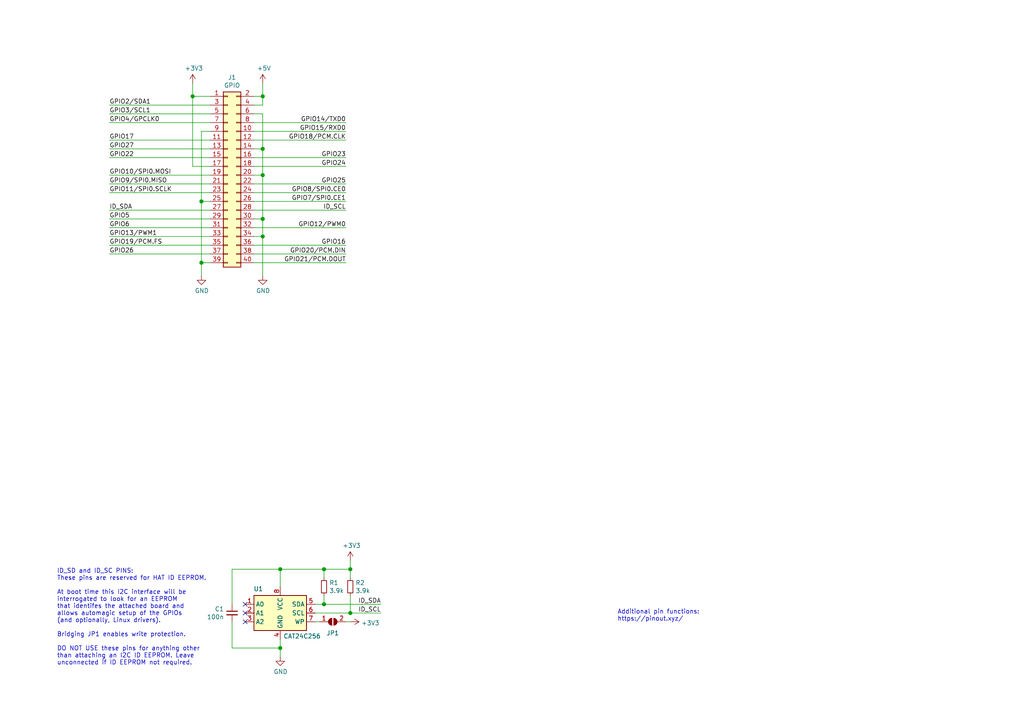
<source format=kicad_sch>
(kicad_sch (version 20230121) (generator eeschema)
  (paper "A4")
  (title_block (date "15 nov 2012") (rev "0.24.0"))
  (lib_symbols
    (symbol "Connector_Generic:Conn_02x20_Odd_Even" (pin_names (offset 1.016) hide)
      (property "Reference" "J" (at 1.27 25.4 0))
      (property "Value" "Conn_02x20_Odd_Even" (at 1.27 -27.94 0))
      (symbol "Conn_02x20_Odd_Even_1_1"
        (rectangle (start -1.27 -25.273) (end 0 -25.527) (stroke (width 0.1524)))
        (rectangle (start -1.27 -22.733) (end 0 -22.987) (stroke (width 0.1524)))
        (rectangle (start -1.27 -20.193) (end 0 -20.447) (stroke (width 0.1524)))
        (rectangle (start -1.27 -17.653) (end 0 -17.907) (stroke (width 0.1524)))
        (rectangle (start -1.27 -15.113) (end 0 -15.367) (stroke (width 0.1524)))
        (rectangle (start -1.27 -12.573) (end 0 -12.827) (stroke (width 0.1524)))
        (rectangle (start -1.27 -10.033) (end 0 -10.287) (stroke (width 0.1524)))
        (rectangle (start -1.27 -7.493) (end 0 -7.747) (stroke (width 0.1524)))
        (rectangle (start -1.27 -4.953) (end 0 -5.207) (stroke (width 0.1524)))
        (rectangle (start -1.27 -2.413) (end 0 -2.667) (stroke (width 0.1524)))
        (rectangle (start -1.27 0.127) (end 0 -0.127) (stroke (width 0.1524)))
        (rectangle (start -1.27 2.667) (end 0 2.413) (stroke (width 0.1524)))
        (rectangle (start -1.27 5.207) (end 0 4.953) (stroke (width 0.1524)))
        (rectangle (start -1.27 7.747) (end 0 7.493) (stroke (width 0.1524)))
        (rectangle (start -1.27 10.287) (end 0 10.033) (stroke (width 0.1524)))
        (rectangle (start -1.27 12.827) (end 0 12.573) (stroke (width 0.1524)))
        (rectangle (start -1.27 15.367) (end 0 15.113) (stroke (width 0.1524)))
        (rectangle (start -1.27 17.907) (end 0 17.653) (stroke (width 0.1524)))
        (rectangle (start -1.27 20.447) (end 0 20.193) (stroke (width 0.1524)))
        (rectangle (start -1.27 22.987) (end 0 22.733) (stroke (width 0.1524)))
        (rectangle (start -1.27 24.13) (end 3.81 -26.67) (stroke (width 0.254)) (fill (type background)))
        (rectangle (start 3.81 -25.273) (end 2.54 -25.527) (stroke (width 0.1524)))
        (rectangle (start 3.81 -22.733) (end 2.54 -22.987) (stroke (width 0.1524)))
        (rectangle (start 3.81 -20.193) (end 2.54 -20.447) (stroke (width 0.1524)))
        (rectangle (start 3.81 -17.653) (end 2.54 -17.907) (stroke (width 0.1524)))
        (rectangle (start 3.81 -15.113) (end 2.54 -15.367) (stroke (width 0.1524)))
        (rectangle (start 3.81 -12.573) (end 2.54 -12.827) (stroke (width 0.1524)))
        (rectangle (start 3.81 -10.033) (end 2.54 -10.287) (stroke (width 0.1524)))
        (rectangle (start 3.81 -7.493) (end 2.54 -7.747) (stroke (width 0.1524)))
        (rectangle (start 3.81 -4.953) (end 2.54 -5.207) (stroke (width 0.1524)))
        (rectangle (start 3.81 -2.413) (end 2.54 -2.667) (stroke (width 0.1524)))
        (rectangle (start 3.81 0.127) (end 2.54 -0.127) (stroke (width 0.1524)))
        (rectangle (start 3.81 2.667) (end 2.54 2.413) (stroke (width 0.1524)))
        (rectangle (start 3.81 5.207) (end 2.54 4.953) (stroke (width 0.1524)))
        (rectangle (start 3.81 7.747) (end 2.54 7.493) (stroke (width 0.1524)))
        (rectangle (start 3.81 10.287) (end 2.54 10.033) (stroke (width 0.1524)))
        (rectangle (start 3.81 12.827) (end 2.54 12.573) (stroke (width 0.1524)))
        (rectangle (start 3.81 15.367) (end 2.54 15.113) (stroke (width 0.1524)))
        (rectangle (start 3.81 17.907) (end 2.54 17.653) (stroke (width 0.1524)))
        (rectangle (start 3.81 20.447) (end 2.54 20.193) (stroke (width 0.1524)))
        (rectangle (start 3.81 22.987) (end 2.54 22.733) (stroke (width 0.1524)))
        (pin passive line (at -5.08 22.86 0) (length 3.81) (name "Pin_1") (number "1"))
        (pin passive line (at 7.62 12.7 180) (length 3.81) (name "Pin_10") (number "10"))
        (pin passive line (at -5.08 10.16 0) (length 3.81) (name "Pin_11") (number "11"))
        (pin passive line (at 7.62 10.16 180) (length 3.81) (name "Pin_12") (number "12"))
        (pin passive line (at -5.08 7.62 0) (length 3.81) (name "Pin_13") (number "13"))
        (pin passive line (at 7.62 7.62 180) (length 3.81) (name "Pin_14") (number "14"))
        (pin passive line (at -5.08 5.08 0) (length 3.81) (name "Pin_15") (number "15"))
        (pin passive line (at 7.62 5.08 180) (length 3.81) (name "Pin_16") (number "16"))
        (pin passive line (at -5.08 2.54 0) (length 3.81) (name "Pin_17") (number "17"))
        (pin passive line (at 7.62 2.54 180) (length 3.81) (name "Pin_18") (number "18"))
        (pin passive line (at -5.08 0 0) (length 3.81) (name "Pin_19") (number "19"))
        (pin passive line (at 7.62 22.86 180) (length 3.81) (name "Pin_2") (number "2"))
        (pin passive line (at 7.62 0 180) (length 3.81) (name "Pin_20") (number "20"))
        (pin passive line (at -5.08 -2.54 0) (length 3.81) (name "Pin_21") (number "21"))
        (pin passive line (at 7.62 -2.54 180) (length 3.81) (name "Pin_22") (number "22"))
        (pin passive line (at -5.08 -5.08 0) (length 3.81) (name "Pin_23") (number "23"))
        (pin passive line (at 7.62 -5.08 180) (length 3.81) (name "Pin_24") (number "24"))
        (pin passive line (at -5.08 -7.62 0) (length 3.81) (name "Pin_25") (number "25"))
        (pin passive line (at 7.62 -7.62 180) (length 3.81) (name "Pin_26") (number "26"))
        (pin passive line (at -5.08 -10.16 0) (length 3.81) (name "Pin_27") (number "27"))
        (pin passive line (at 7.62 -10.16 180) (length 3.81) (name "Pin_28") (number "28"))
        (pin passive line (at -5.08 -12.7 0) (length 3.81) (name "Pin_29") (number "29"))
        (pin passive line (at -5.08 20.32 0) (length 3.81) (name "Pin_3") (number "3"))
        (pin passive line (at 7.62 -12.7 180) (length 3.81) (name "Pin_30") (number "30"))
        (pin passive line (at -5.08 -15.24 0) (length 3.81) (name "Pin_31") (number "31"))
        (pin passive line (at 7.62 -15.24 180) (length 3.81) (name "Pin_32") (number "32"))
        (pin passive line (at -5.08 -17.78 0) (length 3.81) (name "Pin_33") (number "33"))
        (pin passive line (at 7.62 -17.78 180) (length 3.81) (name "Pin_34") (number "34"))
        (pin passive line (at -5.08 -20.32 0) (length 3.81) (name "Pin_35") (number "35"))
        (pin passive line (at 7.62 -20.32 180) (length 3.81) (name "Pin_36") (number "36"))
        (pin passive line (at -5.08 -22.86 0) (length 3.81) (name "Pin_37") (number "37"))
        (pin passive line (at 7.62 -22.86 180) (length 3.81) (name "Pin_38") (number "38"))
        (pin passive line (at -5.08 -25.4 0) (length 3.81) (name "Pin_39") (number "39"))
        (pin passive line (at 7.62 20.32 180) (length 3.81) (name "Pin_4") (number "4"))
        (pin passive line (at 7.62 -25.4 180) (length 3.81) (name "Pin_40") (number "40"))
        (pin passive line (at -5.08 17.78 0) (length 3.81) (name "Pin_5") (number "5"))
        (pin passive line (at 7.62 17.78 180) (length 3.81) (name "Pin_6") (number "6"))
        (pin passive line (at -5.08 15.24 0) (length 3.81) (name "Pin_7") (number "7"))
        (pin passive line (at 7.62 15.24 180) (length 3.81) (name "Pin_8") (number "8"))
        (pin passive line (at -5.08 12.7 0) (length 3.81) (name "Pin_9") (number "9"))
      )
    )
    (symbol "Device:C_Small" (pin_numbers hide) (pin_names (offset 0.254) hide)
      (property "Reference" "C" (at 0.254 1.778 0))
      (property "Value" "C_Small" (at 0.254 -2.032 0))
      (symbol "C_Small_0_1"
        (polyline (pts (xy -1.524 -0.508) (xy 1.524 -0.508)) (stroke (width 0.3302)))
        (polyline (pts (xy -1.524 0.508) (xy 1.524 0.508)) (stroke (width 0.3048)))
      )
      (symbol "C_Small_1_1"
        (pin passive line (at 0 2.54 270) (length 2.032) (name "~") (number "1"))
        (pin passive line (at 0 -2.54 90) (length 2.032) (name "~") (number "2"))
      )
    )
    (symbol "Device:R_Small" (pin_numbers hide) (pin_names (offset 0.254) hide)
      (property "Reference" "R" (at 0.762 0.508 0))
      (property "Value" "R_Small" (at 0.762 -1.016 0))
      (symbol "R_Small_0_1"
        (rectangle (start -0.762 1.778) (end 0.762 -1.778) (stroke (width 0.2032)))
      )
      (symbol "R_Small_1_1"
        (pin passive line (at 0 2.54 270) (length 0.762) (name "~") (number "1"))
        (pin passive line (at 0 -2.54 90) (length 0.762) (name "~") (number "2"))
      )
    )
    (symbol "Jumper:SolderJumper_2_Open" (pin_names (offset 0) hide)
      (property "Reference" "JP" (at 0 2.032 0))
      (property "Value" "SolderJumper_2_Open" (at 0 -2.54 0))
      (symbol "SolderJumper_2_Open_0_1"
        (arc (start -0.254 1.016) (mid -1.2656 0) (end -0.254 -1.016))
        (arc (start -0.254 1.016) (mid -1.2656 0) (end -0.254 -1.016) (fill (type outline)))
        (polyline (pts (xy -0.254 1.016) (xy -0.254 -1.016)))
        (polyline (pts (xy 0.254 1.016) (xy 0.254 -1.016)))
        (arc (start 0.254 -1.016) (mid 1.2656 0) (end 0.254 1.016))
        (arc (start 0.254 -1.016) (mid 1.2656 0) (end 0.254 1.016) (fill (type outline)))
      )
      (symbol "SolderJumper_2_Open_1_1"
        (pin passive line (at -3.81 0 0) (length 2.54) (name "A") (number "1"))
        (pin passive line (at 3.81 0 180) (length 2.54) (name "B") (number "2"))
      )
    )
    (symbol "Memory_EEPROM:CAT24C256"
      (property "Reference" "U" (at -6.35 6.35 0))
      (property "Value" "CAT24C256" (at 1.27 6.35 0))
      (symbol "CAT24C256_1_1"
        (rectangle (start -7.62 5.08) (end 7.62 -5.08) (stroke (width 0.254)) (fill (type background)))
        (pin input line (at -10.16 2.54 0) (length 2.54) (name "A0") (number "1"))
        (pin input line (at -10.16 0 0) (length 2.54) (name "A1") (number "2"))
        (pin input line (at -10.16 -2.54 0) (length 2.54) (name "A2") (number "3"))
        (pin power_in line (at 0 -7.62 90) (length 2.54) (name "GND") (number "4"))
        (pin bidirectional line (at 10.16 2.54 180) (length 2.54) (name "SDA") (number "5"))
        (pin input line (at 10.16 0 180) (length 2.54) (name "SCL") (number "6"))
        (pin input line (at 10.16 -2.54 180) (length 2.54) (name "WP") (number "7"))
        (pin power_in line (at 0 7.62 270) (length 2.54) (name "VCC") (number "8"))
      )
    )
    (symbol "power:+3.3V" (power) (pin_names (offset 0))
      (property "Value" "+3.3V" (at 0 3.556 0))
      (symbol "+3.3V_0_1"
        (polyline (pts (xy -0.762 1.27) (xy 0 2.54)))
        (polyline (pts (xy 0 0) (xy 0 2.54)))
        (polyline (pts (xy 0 2.54) (xy 0.762 1.27)))
      )
      (symbol "+3.3V_1_1"
        (pin power_in line (at 0 0 90) (length 0) hide (name "+3V3") (number "1"))
      )
    )
    (symbol "power:+5V" (power) (pin_names (offset 0))
      (property "Value" "+5V" (at 0 3.556 0))
      (symbol "+5V_0_1"
        (polyline (pts (xy -0.762 1.27) (xy 0 2.54)))
        (polyline (pts (xy 0 0) (xy 0 2.54)))
        (polyline (pts (xy 0 2.54) (xy 0.762 1.27)))
      )
      (symbol "+5V_1_1"
        (pin power_in line (at 0 0 90) (length 0) hide (name "+5V") (number "1"))
      )
    )
    (symbol "power:GND" (power) (pin_names (offset 0))
      (property "Value" "GND" (at 0 -3.81 0))
      (symbol "GND_0_1"
        (polyline (pts (xy 0 0) (xy 0 -1.27) (xy 1.27 -1.27) (xy 0 -2.54) (xy -1.27 -1.27) (xy 0 -1.27)))
      )
      (symbol "GND_1_1"
        (pin power_in line (at 0 0 270) (length 0) hide (name "GND") (number "1"))
      )
    )
  )
  (junction (at 93.98 175.26) (diameter 1.016))
  (junction (at 76.2 27.94) (diameter 1.016))
  (junction (at 81.28 187.96) (diameter 1.016))
  (junction (at 76.2 43.18) (diameter 1.016))
  (junction (at 81.28 165.1) (diameter 1.016))
  (junction (at 101.6 165.1) (diameter 1.016))
  (junction (at 58.42 76.2) (diameter 1.016))
  (junction (at 58.42 58.42) (diameter 1.016))
  (junction (at 76.2 68.58) (diameter 1.016))
  (junction (at 76.2 63.5) (diameter 1.016))
  (junction (at 76.2 50.8) (diameter 1.016))
  (junction (at 101.6 177.8) (diameter 1.016))
  (junction (at 55.88 27.94) (diameter 1.016))
  (junction (at 93.98 165.1) (diameter 1.016))
  (no_connect (at 71.12 175.26))
  (no_connect (at 71.12 177.8))
  (no_connect (at 71.12 180.34))
  (wire (pts (xy 58.42 58.42) (xy 58.42 76.2)))
  (wire (pts (xy 73.66 58.42) (xy 100.33 58.42)))
  (wire (pts (xy 60.96 40.64) (xy 31.75 40.64)))
  (wire (pts (xy 81.28 165.1) (xy 93.98 165.1)))
  (wire (pts (xy 101.6 165.1) (xy 93.98 165.1)))
  (wire (pts (xy 101.6 167.64) (xy 101.6 165.1)))
  (wire (pts (xy 76.2 33.02) (xy 76.2 43.18)))
  (wire (pts (xy 76.2 50.8) (xy 73.66 50.8)))
  (wire (pts (xy 76.2 63.5) (xy 76.2 68.58)))
  (wire (pts (xy 76.2 50.8) (xy 76.2 63.5)))
  (wire (pts (xy 73.66 35.56) (xy 100.33 35.56)))
  (wire (pts (xy 58.42 38.1) (xy 58.42 58.42)))
  (wire (pts (xy 91.44 175.26) (xy 93.98 175.26)))
  (wire (pts (xy 93.98 175.26) (xy 110.49 175.26)))
  (wire (pts (xy 58.42 38.1) (xy 60.96 38.1)))
  (wire (pts (xy 91.44 180.34) (xy 92.71 180.34)))
  (wire (pts (xy 100.33 180.34) (xy 101.6 180.34)))
  (wire (pts (xy 73.66 55.88) (xy 100.33 55.88)))
  (wire (pts (xy 60.96 60.96) (xy 31.75 60.96)))
  (wire (pts (xy 31.75 63.5) (xy 60.96 63.5)))
  (wire (pts (xy 58.42 58.42) (xy 60.96 58.42)))
  (wire (pts (xy 101.6 162.56) (xy 101.6 165.1)))
  (wire (pts (xy 73.66 45.72) (xy 100.33 45.72)))
  (wire (pts (xy 81.28 165.1) (xy 81.28 170.18)))
  (wire (pts (xy 73.66 76.2) (xy 100.33 76.2)))
  (wire (pts (xy 58.42 76.2) (xy 58.42 80.01)))
  (wire (pts (xy 31.75 43.18) (xy 60.96 43.18)))
  (wire (pts (xy 101.6 172.72) (xy 101.6 177.8)))
  (wire (pts (xy 55.88 24.13) (xy 55.88 27.94)))
  (wire (pts (xy 76.2 68.58) (xy 73.66 68.58)))
  (wire (pts (xy 31.75 33.02) (xy 60.96 33.02)))
  (wire (pts (xy 31.75 55.88) (xy 60.96 55.88)))
  (wire (pts (xy 55.88 48.26) (xy 60.96 48.26)))
  (wire (pts (xy 60.96 30.48) (xy 31.75 30.48)))
  (wire (pts (xy 76.2 27.94) (xy 76.2 30.48)))
  (wire (pts (xy 76.2 43.18) (xy 76.2 50.8)))
  (wire (pts (xy 73.66 40.64) (xy 100.33 40.64)))
  (wire (pts (xy 76.2 43.18) (xy 73.66 43.18)))
  (wire (pts (xy 76.2 24.13) (xy 76.2 27.94)))
  (wire (pts (xy 31.75 35.56) (xy 60.96 35.56)))
  (wire (pts (xy 93.98 165.1) (xy 93.98 167.64)))
  (wire (pts (xy 76.2 27.94) (xy 73.66 27.94)))
  (wire (pts (xy 55.88 27.94) (xy 55.88 48.26)))
  (wire (pts (xy 73.66 48.26) (xy 100.33 48.26)))
  (wire (pts (xy 73.66 38.1) (xy 100.33 38.1)))
  (wire (pts (xy 93.98 172.72) (xy 93.98 175.26)))
  (wire (pts (xy 91.44 177.8) (xy 101.6 177.8)))
  (wire (pts (xy 101.6 177.8) (xy 110.49 177.8)))
  (wire (pts (xy 31.75 45.72) (xy 60.96 45.72)))
  (wire (pts (xy 31.75 53.34) (xy 60.96 53.34)))
  (wire (pts (xy 31.75 66.04) (xy 60.96 66.04)))
  (wire (pts (xy 76.2 30.48) (xy 73.66 30.48)))
  (wire (pts (xy 31.75 71.12) (xy 60.96 71.12)))
  (wire (pts (xy 73.66 71.12) (xy 100.33 71.12)))
  (wire (pts (xy 73.66 66.04) (xy 100.33 66.04)))
  (wire (pts (xy 58.42 76.2) (xy 60.96 76.2)))
  (wire (pts (xy 73.66 73.66) (xy 100.33 73.66)))
  (wire (pts (xy 76.2 33.02) (xy 73.66 33.02)))
  (wire (pts (xy 31.75 73.66) (xy 60.96 73.66)))
  (wire (pts (xy 67.31 165.1) (xy 67.31 175.26)))
  (wire (pts (xy 67.31 180.34) (xy 67.31 187.96)))
  (wire (pts (xy 67.31 187.96) (xy 81.28 187.96)))
  (wire (pts (xy 81.28 165.1) (xy 67.31 165.1)))
  (wire (pts (xy 81.28 185.42) (xy 81.28 187.96)))
  (wire (pts (xy 81.28 187.96) (xy 81.28 190.5)))
  (wire (pts (xy 76.2 68.58) (xy 76.2 80.01)))
  (wire (pts (xy 73.66 53.34) (xy 100.33 53.34)))
  (wire (pts (xy 60.96 68.58) (xy 31.75 68.58)))
  (wire (pts (xy 76.2 63.5) (xy 73.66 63.5)))
  (wire (pts (xy 55.88 27.94) (xy 60.96 27.94)))
  (wire (pts (xy 60.96 50.8) (xy 31.75 50.8)))
  (wire (pts (xy 73.66 60.96) (xy 100.33 60.96)))
  (text "Additional pin functions:\nhttps://pinout.xyz/" (at 179.07 180.34 0) (effects (font (size 1.27 1.27)) (justify left bottom)))
  (text "ID_SD and ID_SC PINS:\nThese pins are reserved for HAT ID EEPROM.\n\nAt boot time this I2C interface will be\ninterrogated to look for an EEPROM\nthat identifes the attached board and\nallows automagic setup of the GPIOs\n(and optionally, Linux drivers).\n\nBridging JP1 enables write protection.\n\nDO NOT USE these pins for anything other\nthan attaching an I2C ID EEPROM. Leave\nunconnected if ID EEPROM not required." (at 16.51 193.04 0) (effects (font (size 1.27 1.27)) (justify left bottom)))
  (label "ID_SDA" (at 31.75 60.96 0))
  (label "GPIO6" (at 31.75 66.04 0))
  (label "ID_SDA" (at 110.49 175.26 180))
  (label "ID_SCL" (at 100.33 60.96 180))
  (label "GPIO5" (at 31.75 63.5 0))
  (label "GPIO21{slash}PCM.DOUT" (at 100.33 76.2 180))
  (label "GPIO19{slash}PCM.FS" (at 31.75 71.12 0))
  (label "GPIO10{slash}SPI0.MOSI" (at 31.75 50.8 0))
  (label "GPIO9{slash}SPI0.MISO" (at 31.75 53.34 0))
  (label "GPIO23" (at 100.33 45.72 180))
  (label "GPIO4{slash}GPCLK0" (at 31.75 35.56 0))
  (label "GPIO27" (at 31.75 43.18 0))
  (label "GPIO26" (at 31.75 73.66 0))
  (label "GPIO14{slash}TXD0" (at 100.33 35.56 180))
  (label "GPIO8{slash}SPI0.CE0" (at 100.33 55.88 180))
  (label "GPIO15{slash}RXD0" (at 100.33 38.1 180))
  (label "GPIO16" (at 100.33 71.12 180))
  (label "GPIO22" (at 31.75 45.72 0))
  (label "GPIO2{slash}SDA1" (at 31.75 30.48 0))
  (label "GPIO17" (at 31.75 40.64 0))
  (label "GPIO25" (at 100.33 53.34 180))
  (label "GPIO3{slash}SCL1" (at 31.75 33.02 0))
  (label "GPIO18{slash}PCM.CLK" (at 100.33 40.64 180))
  (label "GPIO12{slash}PWM0" (at 100.33 66.04 180))
  (label "GPIO13{slash}PWM1" (at 31.75 68.58 0))
  (label "GPIO20{slash}PCM.DIN" (at 100.33 73.66 180))
  (label "GPIO24" (at 100.33 48.26 180))
  (label "GPIO7{slash}SPI0.CE1" (at 100.33 58.42 180))
  (label "ID_SCL" (at 110.49 177.8 180))
  (label "GPIO11{slash}SPI0.SCLK" (at 31.75 55.88 0))
  (symbol (lib_id "power:+5V") (at 76.2 24.13 0) (unit 1)
    (property "Reference" "#PWR01" (effects hide))
    (property "Value" "+5V" (at 76.5683 19.8056 0))
  )
  (symbol (lib_id "power:+3.3V") (at 55.88 24.13 0) (unit 1)
    (property "Reference" "#PWR04" (effects hide))
    (property "Value" "+3.3V" (at 56.2483 19.8056 0))
  )
  (symbol (lib_id "power:GND") (at 76.2 80.01 0) (unit 1)
    (property "Reference" "#PWR02" (effects hide))
    (property "Value" "GND" (at 76.3143 84.3344 0))
  )
  (symbol (lib_id "power:GND") (at 58.42 80.01 0) (unit 1)
    (property "Reference" "#PWR03" (effects hide))
    (property "Value" "GND" (at 58.5343 84.3344 0))
  )
  (symbol (lib_id "Connector_Generic:Conn_02x20_Odd_Even") (at 66.04 50.8 0) (unit 1)
    (property "Reference" "J1" (at 67.31 22.4598 0))
    (property "Value" "GPIO" (at 67.31 24.765 0))
    (property "Footprint" "Connector_PinSocket_2.54mm:PinSocket_2x20_P2.54mm_Vertical" (effects hide))
  )
  (symbol (lib_id "Device:C_Small") (at 67.31 177.8 0) (unit 1)
    (property "Reference" "C1" (at 64.9858 176.6506 0) (effects (justify right)))
    (property "Value" "100n" (at 64.9858 178.9493 0) (effects (justify right)))
  )
  (symbol (lib_id "Device:R_Small") (at 93.98 170.18 0) (unit 1)
    (property "Reference" "R1" (at 95.4786 169.037 0) (effects (justify left)))
    (property "Value" "3.9k" (at 95.4787 171.3293 0) (effects (justify left)))
  )
  (symbol (lib_id "Jumper:SolderJumper_2_Open") (at 96.52 180.34 0) (unit 1)
    (property "Reference" "JP1" (at 96.52 183.623 0))
    (property "Value" "ID_WP" (effects hide))
  )
  (symbol (lib_id "Device:R_Small") (at 101.6 170.18 0) (unit 1)
    (property "Reference" "R2" (at 103.0986 169.037 0) (effects (justify left)))
    (property "Value" "3.9k" (at 103.0987 171.3293 0) (effects (justify left)))
  )
  (symbol (lib_id "power:+3.3V") (at 101.6 162.56 0) (unit 1)
    (property "Reference" "#PWR0101" (effects hide))
    (property "Value" "+3.3V" (at 101.9683 158.2356 0))
  )
  (symbol (lib_id "Memory_EEPROM:CAT24C256") (at 81.28 177.8 0) (unit 1)
    (property "Reference" "U1" (at 74.93 170.7958 0))
    (property "Value" "CAT24C256" (at 87.63 184.5245 0))
    (property "Datasheet" "https://www.onsemi.cn/PowerSolutions/document/CAT24C256-D.PDF" (effects hide))
  )
  (symbol (lib_id "power:GND") (at 81.28 190.5 0) (unit 1)
    (property "Reference" "#PWR0102" (effects hide))
    (property "Value" "GND" (at 81.3943 194.8244 0))
  )
  (symbol (lib_id "power:+3.3V") (at 101.6 180.34 270) (unit 1)
    (property "Reference" "#PWR0103" (effects hide))
    (property "Value" "+3.3V" (at 104.7751 180.7083 90) (effects (justify left)))
  )
)
</source>
